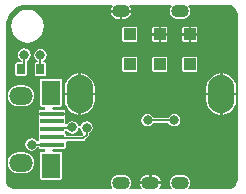
<source format=gbr>
%TF.GenerationSoftware,Altium Limited,Altium Designer,20.1.8 (145)*%
G04 Layer_Physical_Order=2*
G04 Layer_Color=16729670*
%FSLAX44Y44*%
%MOMM*%
%TF.SameCoordinates,E4642572-F947-42A3-9A2D-1DA0FD0549A1*%
%TF.FilePolarity,Positive*%
%TF.FileFunction,Copper,L2,Bot,Signal*%
%TF.Part,Single*%
G01*
G75*
%TA.AperFunction,Conductor*%
%ADD20C,0.1270*%
%ADD21C,0.1524*%
%TA.AperFunction,ComponentPad*%
%ADD22O,2.0000X1.5000*%
G04:AMPARAMS|DCode=23|XSize=1mm|YSize=1mm|CornerRadius=0.005mm|HoleSize=0mm|Usage=FLASHONLY|Rotation=0.000|XOffset=0mm|YOffset=0mm|HoleType=Round|Shape=RoundedRectangle|*
%AMROUNDEDRECTD23*
21,1,1.0000,0.9900,0,0,0.0*
21,1,0.9900,1.0000,0,0,0.0*
1,1,0.0100,0.4950,-0.4950*
1,1,0.0100,-0.4950,-0.4950*
1,1,0.0100,-0.4950,0.4950*
1,1,0.0100,0.4950,0.4950*
%
%ADD23ROUNDEDRECTD23*%
G04:AMPARAMS|DCode=24|XSize=2.25mm|YSize=3.25mm|CornerRadius=1.125mm|HoleSize=0mm|Usage=FLASHONLY|Rotation=180.000|XOffset=0mm|YOffset=0mm|HoleType=Round|Shape=RoundedRectangle|*
%AMROUNDEDRECTD24*
21,1,2.2500,1.0000,0,0,180.0*
21,1,0.0000,3.2500,0,0,180.0*
1,1,2.2500,0.0000,0.5000*
1,1,2.2500,0.0000,0.5000*
1,1,2.2500,0.0000,-0.5000*
1,1,2.2500,0.0000,-0.5000*
%
%ADD24ROUNDEDRECTD24*%
%ADD25O,2.2500X3.2500*%
%ADD26O,1.5000X1.1000*%
%TA.AperFunction,ViaPad*%
%ADD27C,0.8000*%
%ADD28C,0.8000*%
%TA.AperFunction,SMDPad,CuDef*%
G04:AMPARAMS|DCode=29|XSize=0.9mm|YSize=0.7mm|CornerRadius=0.0035mm|HoleSize=0mm|Usage=FLASHONLY|Rotation=90.000|XOffset=0mm|YOffset=0mm|HoleType=Round|Shape=RoundedRectangle|*
%AMROUNDEDRECTD29*
21,1,0.9000,0.6930,0,0,90.0*
21,1,0.8930,0.7000,0,0,90.0*
1,1,0.0070,0.3465,0.4465*
1,1,0.0070,0.3465,-0.4465*
1,1,0.0070,-0.3465,-0.4465*
1,1,0.0070,-0.3465,0.4465*
%
%ADD29ROUNDEDRECTD29*%
G04:AMPARAMS|DCode=30|XSize=2.1mm|YSize=1.6mm|CornerRadius=0.008mm|HoleSize=0mm|Usage=FLASHONLY|Rotation=90.000|XOffset=0mm|YOffset=0mm|HoleType=Round|Shape=RoundedRectangle|*
%AMROUNDEDRECTD30*
21,1,2.1000,1.5840,0,0,90.0*
21,1,2.0840,1.6000,0,0,90.0*
1,1,0.0160,0.7920,1.0420*
1,1,0.0160,0.7920,-1.0420*
1,1,0.0160,-0.7920,-1.0420*
1,1,0.0160,-0.7920,1.0420*
%
%ADD30ROUNDEDRECTD30*%
G04:AMPARAMS|DCode=31|XSize=0.4mm|YSize=2mm|CornerRadius=0.002mm|HoleSize=0mm|Usage=FLASHONLY|Rotation=90.000|XOffset=0mm|YOffset=0mm|HoleType=Round|Shape=RoundedRectangle|*
%AMROUNDEDRECTD31*
21,1,0.4000,1.9960,0,0,90.0*
21,1,0.3960,2.0000,0,0,90.0*
1,1,0.0040,0.9980,0.1980*
1,1,0.0040,0.9980,-0.1980*
1,1,0.0040,-0.9980,-0.1980*
1,1,0.0040,-0.9980,0.1980*
%
%ADD31ROUNDEDRECTD31*%
G36*
X10220000Y10158165D02*
X10222113Y10157886D01*
X10224083Y10157071D01*
X10225773Y10155773D01*
X10227071Y10154083D01*
X10227886Y10152113D01*
X10228165Y10150000D01*
X10228187D01*
X10228187Y10150000D01*
Y10010000D01*
X10228165D01*
X10227887Y10007887D01*
X10227071Y10005917D01*
X10225773Y10004227D01*
X10224083Y10002929D01*
X10222113Y10002113D01*
X10220000Y10001835D01*
Y10001813D01*
X10186961D01*
X10186394Y10003083D01*
X10187145Y10004062D01*
X10187828Y10005709D01*
X10188060Y10007476D01*
X10187828Y10009244D01*
X10187145Y10010891D01*
X10186060Y10012305D01*
X10184646Y10013390D01*
X10182999Y10014072D01*
X10181232Y10014304D01*
X10177232D01*
X10175464Y10014072D01*
X10173818Y10013390D01*
X10172404Y10012305D01*
X10171318Y10010891D01*
X10170637Y10009244D01*
X10170403Y10007476D01*
X10170637Y10005709D01*
X10171318Y10004062D01*
X10172070Y10003083D01*
X10171503Y10001813D01*
X10161961D01*
X10161394Y10003083D01*
X10162145Y10004062D01*
X10162828Y10005709D01*
X10162927Y10006461D01*
X10154233D01*
X10145537D01*
X10145636Y10005709D01*
X10146318Y10004062D01*
X10147070Y10003083D01*
X10146503Y10001813D01*
X10136961D01*
X10136394Y10003083D01*
X10137145Y10004062D01*
X10137828Y10005709D01*
X10138060Y10007476D01*
X10137828Y10009244D01*
X10137145Y10010891D01*
X10136060Y10012305D01*
X10134646Y10013390D01*
X10132999Y10014072D01*
X10131232Y10014304D01*
X10127232D01*
X10125464Y10014072D01*
X10123818Y10013390D01*
X10122404Y10012305D01*
X10121318Y10010891D01*
X10120636Y10009244D01*
X10120403Y10007476D01*
X10120636Y10005709D01*
X10121318Y10004062D01*
X10122070Y10003083D01*
X10121503Y10001813D01*
X10040000D01*
Y10001835D01*
X10037887Y10002114D01*
X10035917Y10002929D01*
X10034227Y10004227D01*
X10032929Y10005917D01*
X10032114Y10007887D01*
X10031835Y10010000D01*
X10031813D01*
X10031813Y10010000D01*
Y10140000D01*
X10031818D01*
X10032167Y10143547D01*
X10033201Y10146958D01*
X10034882Y10150102D01*
X10037143Y10152857D01*
X10039898Y10155118D01*
X10043042Y10156799D01*
X10046453Y10157833D01*
X10050000Y10158182D01*
Y10158187D01*
X10121586D01*
X10122106Y10156917D01*
X10121318Y10155891D01*
X10120636Y10154244D01*
X10120537Y10153492D01*
X10129233D01*
Y10152476D01*
D01*
Y10153492D01*
X10137927D01*
X10137828Y10154244D01*
X10137145Y10155891D01*
X10136357Y10156917D01*
X10136879Y10158187D01*
X10171586D01*
X10172106Y10156917D01*
X10171318Y10155891D01*
X10170637Y10154244D01*
X10170403Y10152476D01*
X10170637Y10150709D01*
X10171318Y10149062D01*
X10172404Y10147648D01*
X10173818Y10146562D01*
X10175464Y10145880D01*
X10177232Y10145648D01*
X10181232D01*
X10182999Y10145880D01*
X10184646Y10146562D01*
X10186060Y10147648D01*
X10187145Y10149062D01*
X10187828Y10150709D01*
X10188060Y10152476D01*
X10187828Y10154244D01*
X10187145Y10155891D01*
X10186357Y10156917D01*
X10186879Y10158187D01*
X10220000D01*
Y10158165D01*
D02*
G37*
%LPC*%
G36*
X10137927Y10151460D02*
X10130248D01*
Y10145648D01*
X10131232D01*
X10132999Y10145880D01*
X10134646Y10146562D01*
X10136060Y10147648D01*
X10137145Y10149062D01*
X10137828Y10150709D01*
X10137927Y10151460D01*
D02*
G37*
G36*
X10128217D02*
X10120537D01*
X10120636Y10150709D01*
X10121318Y10149062D01*
X10122404Y10147648D01*
X10123818Y10146562D01*
X10125464Y10145880D01*
X10127232Y10145648D01*
X10128217D01*
Y10151460D01*
D02*
G37*
G36*
X10192427Y10139368D02*
X10188492D01*
Y10134006D01*
X10193856D01*
Y10137939D01*
X10193437Y10138950D01*
X10192427Y10139368D01*
D02*
G37*
G36*
X10186461D02*
X10182526D01*
X10181516Y10138950D01*
X10181098Y10137939D01*
Y10134006D01*
X10186461D01*
Y10139368D01*
D02*
G37*
G36*
X10167026D02*
X10163093D01*
Y10134006D01*
X10168455D01*
Y10137939D01*
X10168036Y10138950D01*
X10167026Y10139368D01*
D02*
G37*
G36*
X10161061D02*
X10157126D01*
X10156116Y10138950D01*
X10155698Y10137939D01*
Y10134006D01*
X10161061D01*
Y10139368D01*
D02*
G37*
G36*
X10193856Y10131974D02*
X10188492D01*
Y10126611D01*
X10192427D01*
X10193437Y10127029D01*
X10193856Y10128040D01*
Y10131974D01*
D02*
G37*
G36*
X10186461D02*
X10181098D01*
Y10128040D01*
X10181516Y10127029D01*
X10182526Y10126611D01*
X10186461D01*
Y10131974D01*
D02*
G37*
G36*
X10168455D02*
X10163093D01*
Y10126611D01*
X10167026D01*
X10168036Y10127029D01*
X10168455Y10128040D01*
Y10131974D01*
D02*
G37*
G36*
X10161061D02*
X10155698D01*
Y10128040D01*
X10156116Y10127029D01*
X10157126Y10126611D01*
X10161061D01*
Y10131974D01*
D02*
G37*
G36*
X10141627Y10139368D02*
X10131727D01*
X10130716Y10138950D01*
X10130298Y10137939D01*
Y10128040D01*
X10130716Y10127029D01*
X10131727Y10126611D01*
X10141627D01*
X10142637Y10127029D01*
X10143055Y10128040D01*
Y10137939D01*
X10142637Y10138950D01*
X10141627Y10139368D01*
D02*
G37*
G36*
X10050000Y10153889D02*
X10046405Y10153416D01*
X10043055Y10152028D01*
X10040179Y10149821D01*
X10037972Y10146945D01*
X10036584Y10143595D01*
X10036111Y10140000D01*
X10036584Y10136405D01*
X10037972Y10133055D01*
X10040179Y10130179D01*
X10043055Y10127972D01*
X10046405Y10126584D01*
X10050000Y10126111D01*
X10053595Y10126584D01*
X10056945Y10127972D01*
X10059821Y10130179D01*
X10062028Y10133055D01*
X10063416Y10136405D01*
X10063889Y10140000D01*
X10063416Y10143595D01*
X10062028Y10146945D01*
X10059821Y10149821D01*
X10056945Y10152028D01*
X10053595Y10153416D01*
X10050000Y10153889D01*
D02*
G37*
G36*
X10192427Y10113969D02*
X10182526D01*
X10181516Y10113550D01*
X10181098Y10112540D01*
Y10102640D01*
X10181516Y10101630D01*
X10182526Y10101211D01*
X10192427D01*
X10193437Y10101630D01*
X10193856Y10102640D01*
Y10112540D01*
X10193437Y10113550D01*
X10192427Y10113969D01*
D02*
G37*
G36*
X10167026D02*
X10157126D01*
X10156116Y10113550D01*
X10155698Y10112540D01*
Y10102640D01*
X10156116Y10101630D01*
X10157126Y10101211D01*
X10167026D01*
X10168036Y10101630D01*
X10168455Y10102640D01*
Y10112540D01*
X10168036Y10113550D01*
X10167026Y10113969D01*
D02*
G37*
G36*
X10141627D02*
X10131727D01*
X10130716Y10113550D01*
X10130298Y10112540D01*
Y10102640D01*
X10130716Y10101630D01*
X10131727Y10101211D01*
X10141627D01*
X10142637Y10101630D01*
X10143055Y10102640D01*
Y10112540D01*
X10142637Y10113550D01*
X10141627Y10113969D01*
D02*
G37*
G36*
X10061070Y10120859D02*
X10059014Y10120450D01*
X10057271Y10119285D01*
X10056106Y10117542D01*
X10055697Y10115485D01*
X10056106Y10113429D01*
X10057271Y10111686D01*
X10058624Y10110782D01*
X10058239Y10109512D01*
X10057605D01*
X10056606Y10109098D01*
X10056193Y10108099D01*
Y10099169D01*
X10056606Y10098171D01*
X10057605Y10097757D01*
X10064535D01*
X10065534Y10098171D01*
X10065948Y10099169D01*
Y10108099D01*
X10065534Y10109098D01*
X10064535Y10109512D01*
X10063902D01*
X10063516Y10110782D01*
X10064869Y10111686D01*
X10066035Y10113429D01*
X10066443Y10115485D01*
X10066035Y10117542D01*
X10064869Y10119285D01*
X10063126Y10120450D01*
X10061070Y10120859D01*
D02*
G37*
G36*
X10047409Y10121113D02*
X10045353Y10120704D01*
X10043610Y10119539D01*
X10042445Y10117795D01*
X10042036Y10115739D01*
X10042445Y10113683D01*
X10043610Y10111940D01*
X10045353Y10110775D01*
X10045195Y10109512D01*
X10041105D01*
X10040106Y10109098D01*
X10039692Y10108099D01*
Y10099169D01*
X10040106Y10098171D01*
X10041105Y10097757D01*
X10048035D01*
X10049034Y10098171D01*
X10049448Y10099169D01*
Y10108099D01*
X10049347Y10108342D01*
Y10110751D01*
X10049465Y10110775D01*
X10051208Y10111940D01*
X10052374Y10113683D01*
X10052783Y10115739D01*
X10052374Y10117795D01*
X10051208Y10119539D01*
X10049465Y10120704D01*
X10047409Y10121113D01*
D02*
G37*
G36*
X10095248Y10099970D02*
Y10083492D01*
X10106860D01*
Y10087476D01*
X10106429Y10090745D01*
X10105168Y10093790D01*
X10103161Y10096406D01*
X10100546Y10098412D01*
X10097501Y10099674D01*
X10095248Y10099970D01*
D02*
G37*
G36*
X10215247Y10099971D02*
Y10083492D01*
X10226860D01*
Y10087476D01*
X10226429Y10090745D01*
X10225168Y10093790D01*
X10223161Y10096406D01*
X10220546Y10098412D01*
X10217501Y10099674D01*
X10215247Y10099971D01*
D02*
G37*
G36*
X10213215Y10099970D02*
X10210964Y10099674D01*
X10207918Y10098412D01*
X10205303Y10096406D01*
X10203296Y10093790D01*
X10202034Y10090745D01*
X10201604Y10087476D01*
Y10083492D01*
X10213215D01*
Y10099970D01*
D02*
G37*
G36*
X10093217Y10099971D02*
X10090964Y10099674D01*
X10087918Y10098412D01*
X10085303Y10096406D01*
X10083296Y10093790D01*
X10082034Y10090745D01*
X10081604Y10087476D01*
Y10083492D01*
X10093217D01*
Y10099971D01*
D02*
G37*
G36*
X10047081Y10089930D02*
X10042081D01*
X10039791Y10089628D01*
X10037657Y10088745D01*
X10035826Y10087339D01*
X10034420Y10085507D01*
X10033536Y10083373D01*
X10033235Y10081085D01*
X10033536Y10078795D01*
X10034420Y10076661D01*
X10035826Y10074830D01*
X10037657Y10073423D01*
X10039791Y10072540D01*
X10042081Y10072239D01*
X10047081D01*
X10049370Y10072540D01*
X10051503Y10073423D01*
X10053336Y10074830D01*
X10054741Y10076661D01*
X10055625Y10078795D01*
X10055926Y10081085D01*
X10055625Y10083373D01*
X10054741Y10085507D01*
X10053336Y10087339D01*
X10051503Y10088745D01*
X10049370Y10089628D01*
X10047081Y10089930D01*
D02*
G37*
G36*
X10078000Y10095665D02*
X10062161D01*
X10061127Y10095237D01*
X10060699Y10094204D01*
Y10073364D01*
X10061127Y10072331D01*
X10062161Y10071903D01*
X10064412D01*
X10064529Y10071313D01*
X10065119Y10070430D01*
X10064647Y10069263D01*
X10064556Y10069161D01*
X10060850D01*
X10059863Y10068752D01*
X10059454Y10067764D01*
Y10066801D01*
X10070830D01*
X10082207D01*
Y10067764D01*
X10081798Y10068752D01*
X10080811Y10069161D01*
X10071605D01*
X10071514Y10069263D01*
X10071042Y10070430D01*
X10071631Y10071313D01*
X10071749Y10071903D01*
X10078000D01*
X10079034Y10072331D01*
X10079462Y10073364D01*
Y10094204D01*
X10079034Y10095237D01*
X10078000Y10095665D01*
D02*
G37*
G36*
X10213215Y10081460D02*
X10201604D01*
Y10077476D01*
X10202034Y10074208D01*
X10203296Y10071162D01*
X10205303Y10068547D01*
X10207918Y10066540D01*
X10210964Y10065278D01*
X10213215Y10064982D01*
Y10081460D01*
D02*
G37*
G36*
X10106860D02*
X10095248D01*
Y10064982D01*
X10097501Y10065278D01*
X10100546Y10066540D01*
X10103161Y10068547D01*
X10105168Y10071162D01*
X10106429Y10074208D01*
X10106860Y10077476D01*
Y10081460D01*
D02*
G37*
G36*
X10093217D02*
X10081604D01*
Y10077476D01*
X10082034Y10074208D01*
X10083296Y10071162D01*
X10085303Y10068547D01*
X10087918Y10066540D01*
X10090964Y10065278D01*
X10093217Y10064982D01*
Y10081460D01*
D02*
G37*
G36*
X10226860D02*
X10215247D01*
Y10064982D01*
X10217501Y10065278D01*
X10220546Y10066540D01*
X10223161Y10068547D01*
X10225168Y10071162D01*
X10226429Y10074208D01*
X10226860Y10077476D01*
Y10081460D01*
D02*
G37*
G36*
X10174210Y10065839D02*
X10172153Y10065430D01*
X10170410Y10064265D01*
X10169256Y10062538D01*
X10156730D01*
X10155576Y10064265D01*
X10153833Y10065430D01*
X10151777Y10065839D01*
X10149720Y10065430D01*
X10147977Y10064265D01*
X10146812Y10062522D01*
X10146403Y10060466D01*
X10146812Y10058409D01*
X10147977Y10056666D01*
X10149720Y10055502D01*
X10151777Y10055093D01*
X10153833Y10055502D01*
X10155576Y10056666D01*
X10156730Y10058394D01*
X10169256D01*
X10170410Y10056666D01*
X10172153Y10055502D01*
X10174210Y10055093D01*
X10176266Y10055502D01*
X10178009Y10056666D01*
X10179174Y10058409D01*
X10179583Y10060466D01*
X10179174Y10062522D01*
X10178009Y10064265D01*
X10176266Y10065430D01*
X10174210Y10065839D01*
D02*
G37*
G36*
X10082207Y10064769D02*
X10070830D01*
X10059454D01*
Y10063804D01*
X10059577Y10063508D01*
X10059799Y10062534D01*
X10059577Y10061561D01*
X10059454Y10061264D01*
Y10057304D01*
X10059577Y10057007D01*
X10059799Y10056035D01*
X10059577Y10055061D01*
X10059454Y10054764D01*
Y10050804D01*
X10059863Y10049817D01*
X10059791Y10048472D01*
X10059704Y10048264D01*
Y10044304D01*
X10059827Y10044008D01*
X10060001Y10043245D01*
X10059644Y10042617D01*
X10058199Y10042562D01*
X10057516Y10043584D01*
X10055773Y10044749D01*
X10053716Y10045157D01*
X10051660Y10044749D01*
X10049917Y10043584D01*
X10048752Y10041841D01*
X10048344Y10039785D01*
X10048752Y10037728D01*
X10049917Y10035985D01*
X10051660Y10034820D01*
X10053716Y10034411D01*
X10055773Y10034820D01*
X10057516Y10035985D01*
X10058569Y10037560D01*
X10059827Y10037509D01*
X10060113Y10036817D01*
X10061100Y10036408D01*
X10064556D01*
X10064647Y10036306D01*
X10065119Y10035138D01*
X10064529Y10034255D01*
X10064412Y10033666D01*
X10062161D01*
X10061127Y10033237D01*
X10060699Y10032205D01*
Y10011364D01*
X10061127Y10010331D01*
X10062161Y10009903D01*
X10078000D01*
X10079034Y10010331D01*
X10079462Y10011364D01*
Y10032205D01*
X10079034Y10033237D01*
X10078000Y10033666D01*
X10071749D01*
X10071631Y10034255D01*
X10071042Y10035138D01*
X10071514Y10036306D01*
X10071605Y10036408D01*
X10081061D01*
X10082048Y10036817D01*
X10082457Y10037805D01*
Y10041765D01*
X10083328Y10042980D01*
X10097025D01*
X10097769Y10043127D01*
X10098398Y10043549D01*
X10101561Y10046711D01*
X10101982Y10047341D01*
X10102130Y10048085D01*
X10102244Y10049181D01*
X10103987Y10050345D01*
X10105152Y10052089D01*
X10105561Y10054145D01*
X10105152Y10056201D01*
X10103987Y10057944D01*
X10102244Y10059109D01*
X10100187Y10059518D01*
X10098131Y10059109D01*
X10096388Y10057944D01*
X10095223Y10056201D01*
X10094814Y10054145D01*
X10095223Y10052089D01*
X10096388Y10050345D01*
X10097298Y10049738D01*
X10097472Y10048116D01*
X10096221Y10046865D01*
X10082457D01*
Y10048264D01*
X10082048Y10049252D01*
X10082120Y10050596D01*
X10082207Y10050804D01*
Y10051195D01*
X10083477Y10051580D01*
X10084252Y10050419D01*
X10085995Y10049255D01*
X10088052Y10048846D01*
X10090108Y10049255D01*
X10091851Y10050419D01*
X10093016Y10052162D01*
X10093425Y10054219D01*
X10093016Y10056275D01*
X10091851Y10058018D01*
X10090108Y10059183D01*
X10088052Y10059592D01*
X10085995Y10059183D01*
X10084252Y10058018D01*
X10083610Y10057057D01*
X10082228Y10057274D01*
X10082207Y10057304D01*
Y10061264D01*
X10082084Y10061561D01*
X10081862Y10062534D01*
X10082084Y10063508D01*
X10082207Y10063804D01*
Y10064769D01*
D02*
G37*
G36*
X10047081Y10033330D02*
X10042081D01*
X10039791Y10033029D01*
X10037657Y10032145D01*
X10035826Y10030739D01*
X10034420Y10028907D01*
X10033536Y10026774D01*
X10033235Y10024484D01*
X10033536Y10022195D01*
X10034420Y10020062D01*
X10035826Y10018229D01*
X10037657Y10016824D01*
X10039791Y10015940D01*
X10042081Y10015638D01*
X10047081D01*
X10049370Y10015940D01*
X10051503Y10016824D01*
X10053336Y10018229D01*
X10054741Y10020062D01*
X10055625Y10022195D01*
X10055926Y10024484D01*
X10055625Y10026774D01*
X10054741Y10028907D01*
X10053336Y10030739D01*
X10051503Y10032145D01*
X10049370Y10033029D01*
X10047081Y10033330D01*
D02*
G37*
G36*
X10156232Y10014304D02*
X10155249D01*
Y10008493D01*
X10162927D01*
X10162828Y10009244D01*
X10162145Y10010891D01*
X10161060Y10012305D01*
X10159646Y10013390D01*
X10157999Y10014072D01*
X10156232Y10014304D01*
D02*
G37*
G36*
X10153217D02*
X10152232D01*
X10150464Y10014072D01*
X10148818Y10013390D01*
X10147404Y10012305D01*
X10146318Y10010891D01*
X10145636Y10009244D01*
X10145537Y10008493D01*
X10153217D01*
Y10014304D01*
D02*
G37*
%LPD*%
D20*
X10061070Y10115416D02*
X10061140Y10115485D01*
X10061070Y10103635D02*
Y10115416D01*
X10044570Y10103635D02*
X10047405Y10106469D01*
Y10115735D01*
X10047409Y10115739D01*
X10072443Y10044922D02*
X10097025D01*
X10100187Y10048085D02*
Y10054145D01*
X10097025Y10044922D02*
X10100187Y10048085D01*
X10071080Y10046284D02*
X10072443Y10044922D01*
X10072191Y10054145D02*
X10087978D01*
X10070831Y10052784D02*
X10072191Y10054145D01*
X10087978D02*
X10088052Y10054219D01*
D21*
X10053716Y10039785D02*
X10071080D01*
X10151777Y10060466D02*
X10174210D01*
D22*
X10044581Y10081085D02*
D03*
Y10024484D02*
D03*
D23*
X10187476Y10107590D02*
D03*
X10162076D02*
D03*
X10136677D02*
D03*
X10187476Y10132990D02*
D03*
X10136677D02*
D03*
X10162076D02*
D03*
D24*
X10214232Y10082476D02*
D03*
D25*
X10094232D02*
D03*
D26*
X10129232Y10152476D02*
D03*
X10179232D02*
D03*
X10154232Y10007476D02*
D03*
X10129232D02*
D03*
X10179232D02*
D03*
D27*
X10085748Y10101782D02*
D03*
X10100889Y10116795D02*
D03*
X10195409Y10008148D02*
D03*
X10085718Y10013118D02*
D03*
X10055439Y10049109D02*
D03*
X10120878Y10066966D02*
D03*
X10055342Y10063311D02*
D03*
X10098417Y10034683D02*
D03*
X10107143D02*
D03*
X10218845Y10015436D02*
D03*
X10115812Y10120586D02*
D03*
X10142632Y10066966D02*
D03*
X10101825Y10063285D02*
D03*
D28*
X10061070Y10115485D02*
D03*
X10047409Y10115739D02*
D03*
X10088052Y10054219D02*
D03*
X10100187Y10054145D02*
D03*
X10053716Y10039785D02*
D03*
X10174210Y10060466D02*
D03*
X10151777D02*
D03*
D29*
X10044570Y10103635D02*
D03*
X10061070D02*
D03*
D30*
X10070081Y10083784D02*
D03*
Y10021784D02*
D03*
D31*
X10070831Y10065784D02*
D03*
Y10059284D02*
D03*
Y10052784D02*
D03*
X10071080Y10039785D02*
D03*
Y10046284D02*
D03*
%TF.MD5,705613dbdb9727d2de8d80f9047dc5bc*%
M02*

</source>
